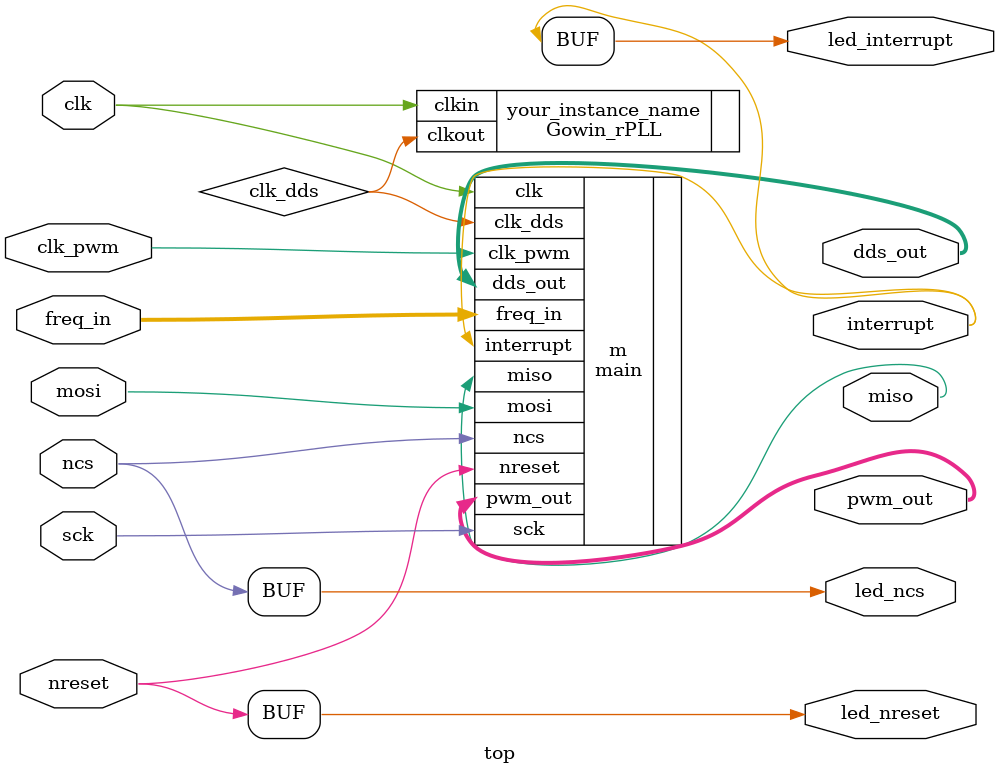
<source format=v>
module top
(
    input wire clk,
    input wire clk_pwm,
    input wire nreset,
    input wire sck,
    input wire mosi,
    input wire ncs,
    output wire miso,
    output wire interrupt,
    output wire [3:0] dds_out,
    output wire [3:0] pwm_out,
    input wire [1:0] freq_in,
    output wire led_nreset,
    output wire led_interrupt,
    output wire led_ncs
);
    wire clk_dds;

    assign led_nreset = nreset;
    assign led_interrupt = interrupt;
    assign led_ncs = ncs;

    Gowin_rPLL your_instance_name(
        .clkout(clk_dds), //output clkout0
        .clkin(clk) //input clkin
    );

    main #(.MCLK_DDS(64'd297000000), .MCLK_PWM(32'd112000000))
        m(.clk(clk), .clk_dds(clk_dds), .clk_pwm(clk_pwm), .sck(sck), .mosi(mosi), .ncs(ncs), .miso(miso), .interrupt(interrupt), .nreset(nreset),
            .dds_out(dds_out), .pwm_out(pwm_out), .freq_in(freq_in));

endmodule

</source>
